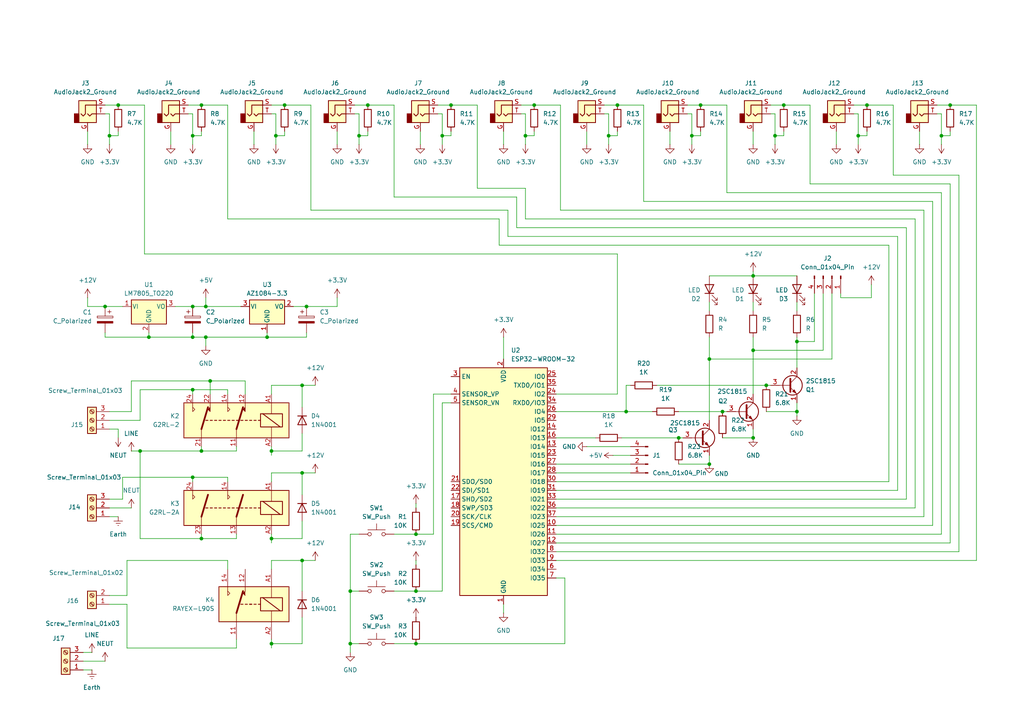
<source format=kicad_sch>
(kicad_sch (version 20250114) (generator "eeschema") (generator_version "9.0")
  (paper "A4")
  (lib_symbols
    (symbol "Connector:Conn_01x04_Pin" (pin_names (offset 1.016) (hide yes))
      (property "Reference" "J" (at 0 5.08 0))
      (property "Value" "Conn_01x04_Pin" (at 0 -7.62 0))
      (symbol "Conn_01x04_Pin_1_1"
        (pin passive line (at 5.08 2.54 180) (length 3.81) (name "Pin_1") (number "1"))
        (pin passive line (at 5.08 0 180) (length 3.81) (name "Pin_2") (number "2"))
        (pin passive line (at 5.08 -2.54 180) (length 3.81) (name "Pin_3") (number "3"))
        (pin passive line (at 5.08 -5.08 180) (length 3.81) (name "Pin_4") (number "4"))
      )
    )
    (symbol "Connector:Screw_Terminal_01x02" (pin_names (offset 1.016) (hide yes))
      (property "Reference" "J" (at 0 2.54 0))
      (property "Value" "Screw_Terminal_01x02" (at 0 -5.08 0))
      (symbol "Screw_Terminal_01x02_1_1"
        (pin passive line (at -5.08 0 0) (length 3.81) (name "Pin_1") (number "1"))
        (pin passive line (at -5.08 -2.54 0) (length 3.81) (name "Pin_2") (number "2"))
      )
    )
    (symbol "Connector:Screw_Terminal_01x03" (pin_names (offset 1.016) (hide yes))
      (property "Reference" "J" (at 0 5.08 0))
      (property "Value" "Screw_Terminal_01x03" (at 0 -5.08 0))
      (symbol "Screw_Terminal_01x03_1_1"
        (pin passive line (at -5.08 2.54 0) (length 3.81) (name "Pin_1") (number "1"))
        (pin passive line (at -5.08 0 0) (length 3.81) (name "Pin_2") (number "2"))
        (pin passive line (at -5.08 -2.54 0) (length 3.81) (name "Pin_3") (number "3"))
      )
    )
    (symbol "Connector_Audio:AudioJack2_Ground"
      (property "Reference" "J" (at 0 8.89 0))
      (property "Value" "AudioJack2_Ground" (at 0 6.35 0))
      (symbol "AudioJack2_Ground_1_1"
        (pin passive line (at 0 -5.08 90) (length 2.54) (name "~") (number "G"))
        (pin passive line (at 5.08 2.54 180) (length 2.54) (name "~") (number "S"))
        (pin passive line (at 5.08 0 180) (length 2.54) (name "~") (number "T"))
      )
    )
    (symbol "Device:C_Polarized" (pin_numbers (hide yes)) (pin_names (offset 0.254))
      (property "Reference" "C" (at 0.635 2.54 0))
      (property "Value" "C_Polarized" (at 0.635 -2.54 0))
      (symbol "C_Polarized_1_1"
        (pin passive line (at 0 3.81 270) (length 2.794) (name "~") (number "1"))
        (pin passive line (at 0 -3.81 90) (length 2.794) (name "~") (number "2"))
      )
    )
    (symbol "Device:LED" (pin_numbers (hide yes)) (pin_names (offset 1.016) (hide yes))
      (property "Reference" "D" (at 0 2.54 0))
      (property "Value" "LED" (at 0 -2.54 0))
      (symbol "LED_1_1"
        (pin passive line (at -3.81 0 0) (length 2.54) (name "K") (number "1"))
        (pin passive line (at 3.81 0 180) (length 2.54) (name "A") (number "2"))
      )
    )
    (symbol "Device:R" (pin_numbers (hide yes)) (pin_names (offset 0))
      (property "Reference" "R" (at 2.032 0 90))
      (property "Value" "R" (at 0 0 90))
      (symbol "R_1_1"
        (pin passive line (at 0 3.81 270) (length 1.27) (name "~") (number "1"))
        (pin passive line (at 0 -3.81 90) (length 1.27) (name "~") (number "2"))
      )
    )
    (symbol "Diode:1N4001" (pin_numbers (hide yes)) (pin_names (hide yes))
      (property "Reference" "D" (at 0 2.54 0))
      (property "Value" "1N4001" (at 0 -2.54 0))
      (symbol "1N4001_1_1"
        (pin passive line (at -3.81 0 0) (length 2.54) (name "K") (number "1"))
        (pin passive line (at 3.81 0 180) (length 2.54) (name "A") (number "2"))
      )
    )
    (symbol "RF_Module:ESP32-WROOM-32"
      (property "Reference" "U" (at -12.7 34.29 0))
      (property "Value" "ESP32-WROOM-32" (at 1.27 34.29 0))
      (symbol "ESP32-WROOM-32_1_1"
        (pin input line (at -15.24 30.48 0) (length 2.54) (name "EN") (number "3"))
        (pin input line (at -15.24 25.4 0) (length 2.54) (name "SENSOR_VP") (number "4"))
        (pin input line (at -15.24 22.86 0) (length 2.54) (name "SENSOR_VN") (number "5"))
        (pin bidirectional line (at -15.24 0 0) (length 2.54) (name "SDO/SD0") (number "21"))
        (pin bidirectional line (at -15.24 -2.54 0) (length 2.54) (name "SDI/SD1") (number "22"))
        (pin bidirectional line (at -15.24 -5.08 0) (length 2.54) (name "SHD/SD2") (number "17"))
        (pin bidirectional line (at -15.24 -7.62 0) (length 2.54) (name "SWP/SD3") (number "18"))
        (pin bidirectional line (at -15.24 -10.16 0) (length 2.54) (name "SCK/CLK") (number "20"))
        (pin bidirectional line (at -15.24 -12.7 0) (length 2.54) (name "SCS/CMD") (number "19"))
        (pin no_connect line (at -12.7 -27.94 0) (length 2.54) (hide yes) (name "NC") (number "32"))
        (pin power_in line (at 0 35.56 270) (length 2.54) (name "VDD") (number "2"))
        (pin power_in line (at 0 -35.56 90) (length 2.54) (name "GND") (number "1"))
        (pin passive line (at 0 -35.56 90) (length 2.54) (hide yes) (name "GND") (number "15"))
        (pin passive line (at 0 -35.56 90) (length 2.54) (hide yes) (name "GND") (number "38"))
        (pin passive line (at 0 -35.56 90) (length 2.54) (hide yes) (name "GND") (number "39"))
        (pin bidirectional line (at 15.24 30.48 180) (length 2.54) (name "IO0") (number "25"))
        (pin bidirectional line (at 15.24 27.94 180) (length 2.54) (name "TXD0/IO1") (number "35"))
        (pin bidirectional line (at 15.24 25.4 180) (length 2.54) (name "IO2") (number "24"))
        (pin bidirectional line (at 15.24 22.86 180) (length 2.54) (name "RXD0/IO3") (number "34"))
        (pin bidirectional line (at 15.24 20.32 180) (length 2.54) (name "IO4") (number "26"))
        (pin bidirectional line (at 15.24 17.78 180) (length 2.54) (name "IO5") (number "29"))
        (pin bidirectional line (at 15.24 15.24 180) (length 2.54) (name "IO12") (number "14"))
        (pin bidirectional line (at 15.24 12.7 180) (length 2.54) (name "IO13") (number "16"))
        (pin bidirectional line (at 15.24 10.16 180) (length 2.54) (name "IO14") (number "13"))
        (pin bidirectional line (at 15.24 7.62 180) (length 2.54) (name "IO15") (number "23"))
        (pin bidirectional line (at 15.24 5.08 180) (length 2.54) (name "IO16") (number "27"))
        (pin bidirectional line (at 15.24 2.54 180) (length 2.54) (name "IO17") (number "28"))
        (pin bidirectional line (at 15.24 0 180) (length 2.54) (name "IO18") (number "30"))
        (pin bidirectional line (at 15.24 -2.54 180) (length 2.54) (name "IO19") (number "31"))
        (pin bidirectional line (at 15.24 -5.08 180) (length 2.54) (name "IO21") (number "33"))
        (pin bidirectional line (at 15.24 -7.62 180) (length 2.54) (name "IO22") (number "36"))
        (pin bidirectional line (at 15.24 -10.16 180) (length 2.54) (name "IO23") (number "37"))
        (pin bidirectional line (at 15.24 -12.7 180) (length 2.54) (name "IO25") (number "10"))
        (pin bidirectional line (at 15.24 -15.24 180) (length 2.54) (name "IO26") (number "11"))
        (pin bidirectional line (at 15.24 -17.78 180) (length 2.54) (name "IO27") (number "12"))
        (pin bidirectional line (at 15.24 -20.32 180) (length 2.54) (name "IO32") (number "8"))
        (pin bidirectional line (at 15.24 -22.86 180) (length 2.54) (name "IO33") (number "9"))
        (pin input line (at 15.24 -25.4 180) (length 2.54) (name "IO34") (number "6"))
        (pin input line (at 15.24 -27.94 180) (length 2.54) (name "IO35") (number "7"))
      )
    )
    (symbol "Regulator_Linear:AZ1084-3.3" (pin_names (offset 0.254))
      (property "Reference" "U" (at -3.81 3.175 0))
      (property "Value" "AZ1084-3.3" (at 0 3.175 0))
      (symbol "AZ1084-3.3_1_1"
        (pin power_in line (at -7.62 0 0) (length 2.54) (name "VI") (number "3"))
        (pin power_in line (at 0 -7.62 90) (length 2.54) (name "GND") (number "1"))
        (pin power_out line (at 7.62 0 180) (length 2.54) (name "VO") (number "2"))
      )
    )
    (symbol "Regulator_Linear:LM7805_TO220" (pin_names (offset 0.254))
      (property "Reference" "U" (at -3.81 3.175 0))
      (property "Value" "LM7805_TO220" (at 0 3.175 0))
      (symbol "LM7805_TO220_1_1"
        (pin power_in line (at -7.62 0 0) (length 2.54) (name "VI") (number "1"))
        (pin power_in line (at 0 -7.62 90) (length 2.54) (name "GND") (number "2"))
        (pin power_out line (at 7.62 0 180) (length 2.54) (name "VO") (number "3"))
      )
    )
    (symbol "Relay:G2RL-2"
      (property "Reference" "K" (at 16.51 3.81 0))
      (property "Value" "G2RL-2" (at 16.51 1.27 0))
      (symbol "G2RL-2_1_1"
        (pin passive line (at -10.16 7.62 270) (length 2.54) (name "~") (number "A1"))
        (pin passive line (at -10.16 -7.62 90) (length 2.54) (name "~") (number "A2"))
        (pin passive line (at -2.54 7.62 270) (length 2.54) (name "~") (number "12"))
        (pin passive line (at 0 -7.62 90) (length 2.54) (name "~") (number "11"))
        (pin passive line (at 2.54 7.62 270) (length 2.54) (name "~") (number "14"))
        (pin passive line (at 7.62 7.62 270) (length 2.54) (name "~") (number "22"))
        (pin passive line (at 10.16 -7.62 90) (length 2.54) (name "~") (number "21"))
        (pin passive line (at 12.7 7.62 270) (length 2.54) (name "~") (number "24"))
      )
    )
    (symbol "Relay:G2RL-2A"
      (property "Reference" "K" (at 16.51 3.81 0))
      (property "Value" "G2RL-2A" (at 16.51 1.27 0))
      (symbol "G2RL-2A_1_1"
        (pin passive line (at -10.16 7.62 270) (length 2.54) (name "~") (number "A1"))
        (pin passive line (at -10.16 -7.62 90) (length 2.54) (name "~") (number "A2"))
        (pin passive line (at 0 -7.62 90) (length 2.54) (name "~") (number "13"))
        (pin passive line (at 2.54 7.62 270) (length 2.54) (name "~") (number "14"))
        (pin passive line (at 10.16 -7.62 90) (length 2.54) (name "~") (number "23"))
        (pin passive line (at 12.7 7.62 270) (length 2.54) (name "~") (number "24"))
      )
    )
    (symbol "Relay:RAYEX-L90S"
      (property "Reference" "K" (at 11.43 3.81 0))
      (property "Value" "RAYEX-L90S" (at 11.43 1.27 0))
      (symbol "RAYEX-L90S_1_1"
        (pin passive line (at -5.08 10.16 270) (length 5.08) (name "~") (number "A1"))
        (pin passive line (at -5.08 -10.16 90) (length 5.08) (name "~") (number "A2"))
        (pin passive line (at 2.54 10.16 270) (length 5.08) (name "~") (number "12"))
        (pin passive line (at 5.08 -10.16 90) (length 5.08) (name "~") (number "11"))
        (pin passive line (at 7.62 10.16 270) (length 5.08) (name "~") (number "14"))
      )
    )
    (symbol "Switch:SW_Push" (pin_numbers (hide yes)) (pin_names (offset 1.016) (hide yes))
      (property "Reference" "SW" (at 1.27 2.54 0))
      (property "Value" "SW_Push" (at 0 -1.524 0))
      (symbol "SW_Push_0_1"
        (pin passive line (at -5.08 0 0) (length 2.54) (name "1") (number "1"))
        (pin passive line (at 5.08 0 180) (length 2.54) (name "2") (number "2"))
      )
    )
    (symbol "Transistor_BJT:2SC1815" (pin_names (offset 0) (hide yes))
      (property "Reference" "Q" (at 5.08 1.905 0))
      (property "Value" "2SC1815" (at 5.08 0 0))
      (symbol "2SC1815_1_1"
        (pin input line (at -5.08 0 0) (length 2.54) (name "B") (number "3"))
        (pin passive line (at 2.54 5.08 270) (length 2.54) (name "C") (number "2"))
        (pin passive line (at 2.54 -5.08 90) (length 2.54) (name "E") (number "1"))
      )
    )
    (symbol "power:+12V" (power) (pin_numbers (hide yes)) (pin_names (offset 0) (hide yes))
      (property "Value" "+12V" (at 0 3.556 0))
      (symbol "+12V_1_1"
        (pin power_in line (at 0 0 90) (length 0) (name "~") (number "1"))
      )
    )
    (symbol "power:+3.3V" (power) (pin_numbers (hide yes)) (pin_names (offset 0) (hide yes))
      (property "Value" "+3.3V" (at 0 3.556 0))
      (symbol "+3.3V_1_1"
        (pin power_in line (at 0 0 90) (length 0) (name "~") (number "1"))
      )
    )
    (symbol "power:+5V" (power) (pin_numbers (hide yes)) (pin_names (offset 0) (hide yes))
      (property "Value" "+5V" (at 0 3.556 0))
      (symbol "+5V_1_1"
        (pin power_in line (at 0 0 90) (length 0) (name "~") (number "1"))
      )
    )
    (symbol "power:Earth" (power) (pin_numbers (hide yes)) (pin_names (offset 0) (hide yes))
      (property "Value" "Earth" (at 0 -3.81 0))
      (symbol "Earth_1_1"
        (pin power_in line (at 0 0 270) (length 0) (name "~") (number "1"))
      )
    )
    (symbol "power:GND" (power) (pin_numbers (hide yes)) (pin_names (offset 0) (hide yes))
      (property "Value" "GND" (at 0 -3.81 0))
      (symbol "GND_1_1"
        (pin power_in line (at 0 0 270) (length 0) (name "~") (number "1"))
      )
    )
    (symbol "power:LINE" (power) (pin_numbers (hide yes)) (pin_names (offset 0) (hide yes))
      (property "Value" "LINE" (at 0 3.556 0))
      (symbol "LINE_1_1"
        (pin power_in line (at 0 0 90) (length 0) (name "~") (number "1"))
      )
    )
    (symbol "power:NEUT" (power) (pin_numbers (hide yes)) (pin_names (offset 0) (hide yes))
      (property "Value" "NEUT" (at 0 3.556 0))
      (symbol "NEUT_1_1"
        (pin power_in line (at 0 0 90) (length 0) (name "~") (number "1"))
      )
    )
  )
  (junction (at 203.2 30.48))
  (junction (at 80.01 39.37))
  (junction (at 78.74 156.21))
  (junction (at 87.63 111.76))
  (junction (at 31.75 39.37))
  (junction (at 152.4 39.37))
  (junction (at 58.42 156.21))
  (junction (at 40.64 130.81))
  (junction (at 78.74 130.81))
  (junction (at 120.65 171.45))
  (junction (at 55.88 97.79))
  (junction (at 59.69 88.9))
  (junction (at 58.42 30.48))
  (junction (at 55.88 113.03))
  (junction (at 181.61 119.38))
  (junction (at 87.63 162.56))
  (junction (at 196.85 127))
  (junction (at 128.27 39.37))
  (junction (at 106.68 30.48))
  (junction (at 218.44 101.6))
  (junction (at 251.46 30.48))
  (junction (at 120.65 154.94))
  (junction (at 154.94 30.48))
  (junction (at 60.96 110.49))
  (junction (at 209.55 119.38))
  (junction (at 273.05 39.37))
  (junction (at 30.48 88.9))
  (junction (at 55.88 138.43))
  (junction (at 200.66 39.37))
  (junction (at 224.79 39.37))
  (junction (at 87.63 137.16))
  (junction (at 218.44 127))
  (junction (at 82.55 30.48))
  (junction (at 231.14 119.38))
  (junction (at 120.65 186.69))
  (junction (at 222.25 111.76))
  (junction (at 78.74 186.69))
  (junction (at 55.88 39.37))
  (junction (at 179.07 30.48))
  (junction (at 130.81 30.48))
  (junction (at 176.53 39.37))
  (junction (at 104.14 39.37))
  (junction (at 55.88 88.9))
  (junction (at 59.69 97.79))
  (junction (at 248.92 39.37))
  (junction (at 218.44 80.01))
  (junction (at 88.9 88.9))
  (junction (at 231.14 99.06))
  (junction (at 101.6 186.69))
  (junction (at 205.74 134.62))
  (junction (at 34.29 30.48))
  (junction (at 77.47 97.79))
  (junction (at 205.74 104.14))
  (junction (at 43.18 97.79))
  (junction (at 58.42 130.81))
  (junction (at 227.33 30.48))
  (junction (at 275.59 30.48))
  (junction (at 101.6 171.45))
  (wire (pts (xy 161.29 139.7) (xy 257.81 139.7)))
  (wire (pts (xy 101.6 186.69) (xy 101.6 189.23)))
  (wire (pts (xy 55.88 39.37) (xy 58.42 39.37)))
  (wire (pts (xy 87.63 137.16) (xy 87.63 143.51)))
  (wire (pts (xy 176.53 39.37) (xy 179.07 39.37)))
  (wire (pts (xy 120.65 146.05) (xy 120.65 147.32)))
  (wire (pts (xy 238.76 85.09) (xy 238.76 101.6)))
  (wire (pts (xy 38.1 110.49) (xy 38.1 119.38)))
  (wire (pts (xy 273.05 55.88) (xy 273.05 154.94)))
  (wire (pts (xy 120.65 163.83) (xy 120.65 162.56)))
  (wire (pts (xy 234.95 30.48) (xy 227.33 30.48)))
  (wire (pts (xy 234.95 30.48) (xy 234.95 53.34)))
  (wire (pts (xy 234.95 53.34) (xy 275.59 53.34)))
  (wire (pts (xy 248.92 39.37) (xy 251.46 39.37)))
  (wire (pts (xy 227.33 38.1) (xy 227.33 39.37)))
  (wire (pts (xy 31.75 119.38) (xy 38.1 119.38)))
  (wire (pts (xy 80.01 33.02) (xy 78.74 33.02)))
  (wire (pts (xy 55.88 97.79) (xy 59.69 97.79)))
  (wire (pts (xy 36.83 175.26) (xy 31.75 175.26)))
  (wire (pts (xy 177.8 132.08) (xy 182.88 132.08)))
  (wire (pts (xy 200.66 39.37) (xy 203.2 39.37)))
  (wire (pts (xy 161.29 114.3) (xy 179.07 114.3)))
  (wire (pts (xy 104.14 186.69) (xy 101.6 186.69)))
  (wire (pts (xy 252.73 82.55) (xy 252.73 86.36)))
  (wire (pts (xy 231.14 99.06) (xy 236.22 99.06)))
  (wire (pts (xy 144.78 71.12) (xy 257.81 71.12)))
  (wire (pts (xy 259.08 30.48) (xy 259.08 50.8)))
  (wire (pts (xy 262.89 66.04) (xy 149.86 66.04)))
  (wire (pts (xy 43.18 97.79) (xy 55.88 97.79)))
  (wire (pts (xy 203.2 38.1) (xy 203.2 39.37)))
  (wire (pts (xy 223.52 111.76) (xy 222.25 111.76)))
  (wire (pts (xy 34.29 124.46) (xy 34.29 127)))
  (wire (pts (xy 210.82 30.48) (xy 203.2 30.48)))
  (wire (pts (xy 251.46 38.1) (xy 251.46 39.37)))
  (wire (pts (xy 205.74 80.01) (xy 218.44 80.01)))
  (wire (pts (xy 265.43 63.5) (xy 152.4 63.5)))
  (wire (pts (xy 257.81 139.7) (xy 257.81 71.12)))
  (wire (pts (xy 179.07 73.66) (xy 41.91 73.66)))
  (wire (pts (xy 163.83 167.64) (xy 163.83 186.69)))
  (wire (pts (xy 262.89 144.78) (xy 262.89 66.04)))
  (wire (pts (xy 170.18 38.1) (xy 170.18 41.91)))
  (wire (pts (xy 40.64 130.81) (xy 40.64 156.21)))
  (wire (pts (xy 205.74 97.79) (xy 205.74 104.14)))
  (wire (pts (xy 59.69 86.36) (xy 59.69 88.9)))
  (wire (pts (xy 104.14 41.91) (xy 104.14 39.37)))
  (wire (pts (xy 275.59 39.37) (xy 273.05 39.37)))
  (wire (pts (xy 186.69 30.48) (xy 179.07 30.48)))
  (wire (pts (xy 90.17 30.48) (xy 90.17 60.96)))
  (wire (pts (xy 30.48 96.52) (xy 30.48 97.79)))
  (wire (pts (xy 161.29 147.32) (xy 265.43 147.32)))
  (wire (pts (xy 58.42 156.21) (xy 68.58 156.21)))
  (wire (pts (xy 205.74 121.92) (xy 205.74 104.14)))
  (wire (pts (xy 162.56 60.96) (xy 267.97 60.96)))
  (wire (pts (xy 66.04 30.48) (xy 58.42 30.48)))
  (wire (pts (xy 41.91 30.48) (xy 34.29 30.48)))
  (wire (pts (xy 242.57 38.1) (xy 242.57 41.91)))
  (wire (pts (xy 88.9 97.79) (xy 88.9 96.52)))
  (wire (pts (xy 266.7 38.1) (xy 266.7 41.91)))
  (wire (pts (xy 104.14 171.45) (xy 101.6 171.45)))
  (wire (pts (xy 87.63 125.73) (xy 87.63 130.81)))
  (wire (pts (xy 101.6 171.45) (xy 101.6 186.69)))
  (wire (pts (xy 41.91 73.66) (xy 41.91 30.48)))
  (wire (pts (xy 152.4 41.91) (xy 152.4 39.37)))
  (wire (pts (xy 227.33 30.48) (xy 223.52 30.48)))
  (wire (pts (xy 161.29 142.24) (xy 260.35 142.24)))
  (wire (pts (xy 162.56 30.48) (xy 162.56 60.96)))
  (wire (pts (xy 231.14 99.06) (xy 231.14 106.68)))
  (wire (pts (xy 271.78 30.48) (xy 275.59 30.48)))
  (wire (pts (xy 243.84 85.09) (xy 243.84 86.36)))
  (wire (pts (xy 218.44 87.63) (xy 218.44 90.17)))
  (wire (pts (xy 161.29 127) (xy 172.72 127)))
  (wire (pts (xy 78.74 137.16) (xy 87.63 137.16)))
  (wire (pts (xy 80.01 39.37) (xy 80.01 41.91)))
  (wire (pts (xy 78.74 130.81) (xy 87.63 130.81)))
  (wire (pts (xy 154.94 38.1) (xy 154.94 39.37)))
  (wire (pts (xy 78.74 139.7) (xy 78.74 137.16)))
  (wire (pts (xy 38.1 130.81) (xy 40.64 130.81)))
  (wire (pts (xy 82.55 30.48) (xy 78.74 30.48)))
  (wire (pts (xy 218.44 101.6) (xy 218.44 114.3)))
  (wire (pts (xy 128.27 39.37) (xy 128.27 33.02)))
  (wire (pts (xy 58.42 129.54) (xy 58.42 130.81)))
  (wire (pts (xy 283.21 162.56) (xy 161.29 162.56)))
  (wire (pts (xy 161.29 149.86) (xy 267.97 149.86)))
  (wire (pts (xy 24.13 189.23) (xy 26.67 189.23)))
  (wire (pts (xy 223.52 33.02) (xy 224.79 33.02)))
  (wire (pts (xy 87.63 162.56) (xy 87.63 171.45)))
  (wire (pts (xy 68.58 129.54) (xy 68.58 130.81)))
  (wire (pts (xy 248.92 41.91) (xy 248.92 39.37)))
  (wire (pts (xy 55.88 114.3) (xy 55.88 113.03)))
  (wire (pts (xy 210.82 55.88) (xy 273.05 55.88)))
  (wire (pts (xy 170.18 129.54) (xy 182.88 129.54)))
  (wire (pts (xy 147.32 68.58) (xy 260.35 68.58)))
  (wire (pts (xy 120.65 186.69) (xy 114.3 186.69)))
  (wire (pts (xy 200.66 39.37) (xy 200.66 33.02)))
  (wire (pts (xy 24.13 191.77) (xy 30.48 191.77)))
  (wire (pts (xy 102.87 33.02) (xy 104.14 33.02)))
  (wire (pts (xy 104.14 39.37) (xy 104.14 33.02)))
  (wire (pts (xy 146.05 38.1) (xy 146.05 41.91)))
  (wire (pts (xy 271.78 33.02) (xy 273.05 33.02)))
  (wire (pts (xy 130.81 38.1) (xy 130.81 39.37)))
  (wire (pts (xy 55.88 139.7) (xy 55.88 138.43)))
  (wire (pts (xy 40.64 156.21) (xy 58.42 156.21)))
  (wire (pts (xy 31.75 33.02) (xy 31.75 39.37)))
  (wire (pts (xy 209.55 119.38) (xy 210.82 119.38)))
  (wire (pts (xy 163.83 167.64) (xy 161.29 167.64)))
  (wire (pts (xy 161.29 119.38) (xy 181.61 119.38)))
  (wire (pts (xy 267.97 149.86) (xy 267.97 60.96)))
  (wire (pts (xy 179.07 38.1) (xy 179.07 39.37)))
  (wire (pts (xy 78.74 186.69) (xy 87.63 186.69)))
  (wire (pts (xy 218.44 101.6) (xy 238.76 101.6)))
  (wire (pts (xy 161.29 152.4) (xy 270.51 152.4)))
  (wire (pts (xy 38.1 110.49) (xy 60.96 110.49)))
  (wire (pts (xy 114.3 57.15) (xy 149.86 57.15)))
  (wire (pts (xy 31.75 147.32) (xy 38.1 147.32)))
  (wire (pts (xy 55.88 33.02) (xy 55.88 39.37)))
  (wire (pts (xy 275.59 53.34) (xy 275.59 157.48)))
  (wire (pts (xy 36.83 162.56) (xy 66.04 162.56)))
  (wire (pts (xy 31.75 121.92) (xy 40.64 121.92)))
  (wire (pts (xy 78.74 165.1) (xy 78.74 162.56)))
  (wire (pts (xy 222.25 111.76) (xy 190.5 111.76)))
  (wire (pts (xy 205.74 104.14) (xy 241.3 104.14)))
  (wire (pts (xy 106.68 30.48) (xy 102.87 30.48)))
  (wire (pts (xy 205.74 87.63) (xy 205.74 90.17)))
  (wire (pts (xy 66.04 165.1) (xy 66.04 162.56)))
  (wire (pts (xy 73.66 38.1) (xy 73.66 41.91)))
  (wire (pts (xy 251.46 30.48) (xy 259.08 30.48)))
  (wire (pts (xy 24.13 194.31) (xy 26.67 194.31)))
  (wire (pts (xy 200.66 41.91) (xy 200.66 39.37)))
  (wire (pts (xy 218.44 38.1) (xy 218.44 41.91)))
  (wire (pts (xy 179.07 30.48) (xy 175.26 30.48)))
  (wire (pts (xy 90.17 60.96) (xy 147.32 60.96)))
  (wire (pts (xy 36.83 187.96) (xy 36.83 175.26)))
  (wire (pts (xy 87.63 137.16) (xy 91.44 137.16)))
  (wire (pts (xy 275.59 38.1) (xy 275.59 39.37)))
  (wire (pts (xy 82.55 38.1) (xy 82.55 39.37)))
  (wire (pts (xy 273.05 41.91) (xy 273.05 39.37)))
  (wire (pts (xy 128.27 41.91) (xy 128.27 39.37)))
  (wire (pts (xy 247.65 30.48) (xy 251.46 30.48)))
  (wire (pts (xy 31.75 39.37) (xy 31.75 41.91)))
  (wire (pts (xy 130.81 114.3) (xy 125.73 114.3)))
  (wire (pts (xy 66.04 113.03) (xy 66.04 114.3)))
  (wire (pts (xy 224.79 39.37) (xy 224.79 33.02)))
  (wire (pts (xy 58.42 154.94) (xy 58.42 156.21)))
  (wire (pts (xy 128.27 39.37) (xy 130.81 39.37)))
  (wire (pts (xy 66.04 30.48) (xy 66.04 63.5)))
  (wire (pts (xy 121.92 38.1) (xy 121.92 41.91)))
  (wire (pts (xy 265.43 147.32) (xy 265.43 63.5)))
  (wire (pts (xy 128.27 171.45) (xy 120.65 171.45)))
  (wire (pts (xy 241.3 85.09) (xy 241.3 104.14)))
  (wire (pts (xy 30.48 88.9) (xy 25.4 88.9)))
  (wire (pts (xy 114.3 30.48) (xy 106.68 30.48)))
  (wire (pts (xy 130.81 30.48) (xy 127 30.48)))
  (wire (pts (xy 161.29 134.62) (xy 182.88 134.62)))
  (wire (pts (xy 34.29 30.48) (xy 30.48 30.48)))
  (wire (pts (xy 78.74 154.94) (xy 78.74 156.21)))
  (wire (pts (xy 55.88 113.03) (xy 66.04 113.03)))
  (wire (pts (xy 31.75 149.86) (xy 34.29 149.86)))
  (wire (pts (xy 77.47 97.79) (xy 77.47 96.52)))
  (wire (pts (xy 58.42 30.48) (xy 54.61 30.48)))
  (wire (pts (xy 35.56 138.43) (xy 55.88 138.43)))
  (wire (pts (xy 34.29 38.1) (xy 34.29 39.37)))
  (wire (pts (xy 104.14 39.37) (xy 106.68 39.37)))
  (wire (pts (xy 55.88 138.43) (xy 66.04 138.43)))
  (wire (pts (xy 101.6 154.94) (xy 101.6 171.45)))
  (wire (pts (xy 78.74 114.3) (xy 78.74 111.76)))
  (wire (pts (xy 58.42 38.1) (xy 58.42 39.37)))
  (wire (pts (xy 87.63 179.07) (xy 87.63 186.69)))
  (wire (pts (xy 40.64 130.81) (xy 58.42 130.81)))
  (wire (pts (xy 35.56 88.9) (xy 30.48 88.9)))
  (wire (pts (xy 59.69 97.79) (xy 59.69 100.33)))
  (wire (pts (xy 231.14 119.38) (xy 231.14 120.65)))
  (wire (pts (xy 90.17 30.48) (xy 82.55 30.48)))
  (wire (pts (xy 85.09 88.9) (xy 88.9 88.9)))
  (wire (pts (xy 186.69 30.48) (xy 186.69 58.42)))
  (wire (pts (xy 55.88 97.79) (xy 55.88 96.52)))
  (wire (pts (xy 87.63 162.56) (xy 91.44 162.56)))
  (wire (pts (xy 125.73 154.94) (xy 120.65 154.94)))
  (wire (pts (xy 194.31 38.1) (xy 194.31 41.91)))
  (wire (pts (xy 176.53 41.91) (xy 176.53 39.37)))
  (wire (pts (xy 78.74 162.56) (xy 87.63 162.56)))
  (wire (pts (xy 66.04 63.5) (xy 144.78 63.5)))
  (wire (pts (xy 161.29 144.78) (xy 262.89 144.78)))
  (wire (pts (xy 196.85 134.62) (xy 205.74 134.62)))
  (wire (pts (xy 59.69 97.79) (xy 77.47 97.79)))
  (wire (pts (xy 138.43 54.61) (xy 152.4 54.61)))
  (wire (pts (xy 203.2 30.48) (xy 199.39 30.48)))
  (wire (pts (xy 144.78 63.5) (xy 144.78 71.12)))
  (wire (pts (xy 224.79 39.37) (xy 227.33 39.37)))
  (wire (pts (xy 66.04 138.43) (xy 66.04 139.7)))
  (wire (pts (xy 199.39 33.02) (xy 200.66 33.02)))
  (wire (pts (xy 25.4 86.36) (xy 25.4 88.9)))
  (wire (pts (xy 60.96 110.49) (xy 71.12 110.49)))
  (wire (pts (xy 181.61 111.76) (xy 181.61 119.38)))
  (wire (pts (xy 138.43 30.48) (xy 138.43 54.61)))
  (wire (pts (xy 182.88 111.76) (xy 181.61 111.76)))
  (wire (pts (xy 97.79 86.36) (xy 97.79 88.9)))
  (wire (pts (xy 78.74 130.81) (xy 78.74 132.08)))
  (wire (pts (xy 104.14 154.94) (xy 101.6 154.94)))
  (wire (pts (xy 283.21 30.48) (xy 283.21 162.56)))
  (wire (pts (xy 87.63 111.76) (xy 91.44 111.76)))
  (wire (pts (xy 87.63 151.13) (xy 87.63 156.21)))
  (wire (pts (xy 114.3 30.48) (xy 114.3 57.15)))
  (wire (pts (xy 179.07 114.3) (xy 179.07 73.66)))
  (wire (pts (xy 175.26 33.02) (xy 176.53 33.02)))
  (wire (pts (xy 50.8 88.9) (xy 55.88 88.9)))
  (wire (pts (xy 161.29 157.48) (xy 275.59 157.48)))
  (wire (pts (xy 176.53 39.37) (xy 176.53 33.02)))
  (wire (pts (xy 247.65 33.02) (xy 248.92 33.02)))
  (wire (pts (xy 152.4 54.61) (xy 152.4 63.5)))
  (wire (pts (xy 210.82 30.48) (xy 210.82 55.88)))
  (wire (pts (xy 78.74 185.42) (xy 78.74 186.69)))
  (wire (pts (xy 40.64 113.03) (xy 55.88 113.03)))
  (wire (pts (xy 186.69 58.42) (xy 270.51 58.42)))
  (wire (pts (xy 55.88 39.37) (xy 55.88 41.91)))
  (wire (pts (xy 78.74 111.76) (xy 87.63 111.76)))
  (wire (pts (xy 161.29 137.16) (xy 182.88 137.16)))
  (wire (pts (xy 147.32 60.96) (xy 147.32 68.58)))
  (wire (pts (xy 218.44 78.74) (xy 218.44 80.01)))
  (wire (pts (xy 275.59 30.48) (xy 283.21 30.48)))
  (wire (pts (xy 97.79 38.1) (xy 97.79 41.91)))
  (wire (pts (xy 161.29 160.02) (xy 278.13 160.02)))
  (wire (pts (xy 196.85 127) (xy 198.12 127)))
  (wire (pts (xy 205.74 132.08) (xy 205.74 134.62)))
  (wire (pts (xy 36.83 172.72) (xy 31.75 172.72)))
  (wire (pts (xy 36.83 162.56) (xy 36.83 172.72)))
  (wire (pts (xy 146.05 175.26) (xy 146.05 177.8)))
  (wire (pts (xy 181.61 119.38) (xy 189.23 119.38)))
  (wire (pts (xy 154.94 30.48) (xy 151.13 30.48)))
  (wire (pts (xy 59.69 88.9) (xy 69.85 88.9)))
  (wire (pts (xy 120.65 171.45) (xy 114.3 171.45)))
  (wire (pts (xy 152.4 39.37) (xy 152.4 33.02)))
  (wire (pts (xy 88.9 88.9) (xy 97.79 88.9)))
  (wire (pts (xy 243.84 86.36) (xy 252.73 86.36)))
  (wire (pts (xy 78.74 156.21) (xy 87.63 156.21)))
  (wire (pts (xy 273.05 39.37) (xy 273.05 33.02)))
  (wire (pts (xy 270.51 152.4) (xy 270.51 58.42)))
  (wire (pts (xy 224.79 41.91) (xy 224.79 39.37)))
  (wire (pts (xy 163.83 186.69) (xy 120.65 186.69)))
  (wire (pts (xy 161.29 154.94) (xy 273.05 154.94)))
  (wire (pts (xy 236.22 85.09) (xy 236.22 99.06)))
  (wire (pts (xy 78.74 129.54) (xy 78.74 130.81)))
  (wire (pts (xy 231.14 97.79) (xy 231.14 99.06)))
  (wire (pts (xy 125.73 114.3) (xy 125.73 154.94)))
  (wire (pts (xy 162.56 30.48) (xy 154.94 30.48)))
  (wire (pts (xy 30.48 33.02) (xy 31.75 33.02)))
  (wire (pts (xy 260.35 142.24) (xy 260.35 68.58)))
  (wire (pts (xy 55.88 88.9) (xy 59.69 88.9)))
  (wire (pts (xy 128.27 33.02) (xy 127 33.02)))
  (wire (pts (xy 43.18 96.52) (xy 43.18 97.79)))
  (wire (pts (xy 218.44 80.01) (xy 231.14 80.01)))
  (wire (pts (xy 40.64 113.03) (xy 40.64 121.92)))
  (wire (pts (xy 222.25 119.38) (xy 231.14 119.38)))
  (wire (pts (xy 71.12 110.49) (xy 71.12 114.3)))
  (wire (pts (xy 231.14 116.84) (xy 231.14 119.38)))
  (wire (pts (xy 209.55 127) (xy 218.44 127)))
  (wire (pts (xy 146.05 97.79) (xy 146.05 104.14)))
  (wire (pts (xy 25.4 38.1) (xy 25.4 41.91)))
  (wire (pts (xy 80.01 33.02) (xy 80.01 39.37)))
  (wire (pts (xy 36.83 187.96) (xy 68.58 187.96)))
  (wire (pts (xy 248.92 39.37) (xy 248.92 33.02)))
  (wire (pts (xy 78.74 156.21) (xy 78.74 157.48)))
  (wire (pts (xy 35.56 138.43) (xy 35.56 144.78)))
  (wire (pts (xy 31.75 39.37) (xy 34.29 39.37)))
  (wire (pts (xy 60.96 114.3) (xy 60.96 110.49)))
  (wire (pts (xy 68.58 185.42) (xy 68.58 187.96)))
  (wire (pts (xy 30.48 97.79) (xy 43.18 97.79)))
  (wire (pts (xy 180.34 127) (xy 196.85 127)))
  (wire (pts (xy 149.86 57.15) (xy 149.86 66.04)))
  (wire (pts (xy 106.68 38.1) (xy 106.68 39.37)))
  (wire (pts (xy 196.85 119.38) (xy 209.55 119.38)))
  (wire (pts (xy 78.74 186.69) (xy 78.74 187.96)))
  (wire (pts (xy 278.13 50.8) (xy 278.13 160.02)))
  (wire (pts (xy 87.63 111.76) (xy 87.63 118.11)))
  (wire (pts (xy 68.58 154.94) (xy 68.58 156.21)))
  (wire (pts (xy 120.65 154.94) (xy 114.3 154.94)))
  (wire (pts (xy 54.61 33.02) (xy 55.88 33.02)))
  (wire (pts (xy 58.42 130.81) (xy 68.58 130.81)))
  (wire (pts (xy 80.01 39.37) (xy 82.55 39.37)))
  (wire (pts (xy 138.43 30.48) (xy 130.81 30.48)))
  (wire (pts (xy 130.81 116.84) (xy 128.27 116.84)))
  (wire (pts (xy 218.44 124.46) (xy 218.44 127)))
  (wire (pts (xy 31.75 124.46) (xy 34.29 124.46)))
  (wire (pts (xy 231.14 87.63) (xy 231.14 90.17)))
  (wire (pts (xy 259.08 50.8) (xy 278.13 50.8)))
  (wire (pts (xy 31.75 144.78) (xy 35.56 144.78)))
  (wire (pts (xy 218.44 97.79) (xy 218.44 101.6)))
  (wire (pts (xy 77.47 97.79) (xy 88.9 97.79)))
  (wire (pts (xy 152.4 39.37) (xy 154.94 39.37)))
  (wire (pts (xy 152.4 33.02) (xy 151.13 33.02)))
  (wire (pts (xy 128.27 116.84) (xy 128.27 171.45)))
  (wire (pts (xy 49.53 38.1) (xy 49.53 41.91)))
  (symbol (lib_id "Device:R") (at 82.55 34.29 0) (unit 1)
    (property "Reference" "R9" (at 85.09 33.0199 0) (effects (justify left)))
    (property "Value" "4.7K" (at 85.09 35.5599 0) (effects (justify left)))
    (property "Description" "Resistor" (effects (hide yes)))
  )
  (symbol (lib_id "power:GND") (at 121.92 41.91 0) (unit 1)
    (property "Reference" "#PWR015" (effects (hide yes)))
    (property "Value" "GND" (at 121.92 46.99 0))
    (property "Description" "Power symbol creates a global label with name \"GND\" , ground" (effects (hide yes)))
  )
  (symbol (lib_id "Connector_Audio:AudioJack2_Ground") (at 146.05 33.02 0) (unit 1)
    (property "Reference" "J8" (at 145.415 24.13 0))
    (property "Value" "AudioJack2_Ground" (at 145.415 26.67 0))
    (property "Description" "Audio Jack, 2 Poles (Mono / TS), Grounded Sleeve" (effects (hide yes)))
  )
  (symbol (lib_id "Switch:SW_Push") (at 109.22 171.45 0) (mirror y) (unit 1)
    (property "Reference" "SW2" (at 109.22 163.83 0))
    (property "Value" "SW_Push" (at 109.22 166.37 0))
    (property "Description" "Push button switch, generic, two pins" (effects (hide yes)))
  )
  (symbol (lib_id "Device:R") (at 120.65 167.64 0) (mirror y) (unit 1)
    (property "Reference" "R2" (at 118.11 166.3699 0) (effects (justify left)))
    (property "Value" "10K" (at 118.11 168.9099 0) (effects (justify left)))
    (property "Description" "Resistor" (effects (hide yes)))
  )
  (symbol (lib_id "Transistor_BJT:2SC1815") (at 203.2 127 0) (unit 1)
    (property "Reference" "Q3" (at 193.802 124.714 0) (effects (justify left)))
    (property "Value" "2SC1815" (at 194.31 122.682 0) (effects (justify left)))
    (property "Footprint" "Package_TO_SOT_THT:TO-92_Inline" (effects (hide yes)))
    (property "Datasheet" "https://media.digikey.com/pdf/Data%20Sheets/Toshiba%20PDFs/2SC1815.pdf" (effects (hide yes)))
    (property "Description" "0.15A Ic, 50V Vce, Low Noise Audio NPN Transistor, TO-92" (effects (hide yes)))
  )
  (symbol (lib_id "power:+12V") (at 91.44 162.56 0) (unit 1)
    (property "Reference" "#PWR052" (effects (hide yes)))
    (property "Value" "+12V" (at 91.44 157.48 0))
    (property "Description" "Power symbol creates a global label with name \"+12V\"" (effects (hide yes)))
  )
  (symbol (lib_id "power:NEUT") (at 34.29 127 0) (mirror x) (unit 1)
    (property "Reference" "#PWR049" (effects (hide yes)))
    (property "Value" "NEUT" (at 34.29 132.08 0))
    (property "Description" "Power symbol creates a global label with name \"NEUT\"" (effects (hide yes)))
  )
  (symbol (lib_id "power:+3.3V") (at 200.66 41.91 0) (mirror x) (unit 1)
    (property "Reference" "#PWR030" (effects (hide yes)))
    (property "Value" "+3.3V" (at 200.66 46.99 0))
    (property "Description" "Power symbol creates a global label with name \"+3.3V\"" (effects (hide yes)))
  )
  (symbol (lib_id "Connector:Conn_01x04_Pin") (at 187.96 134.62 180) (unit 1)
    (property "Reference" "J1" (at 189.23 132.0799 0) (effects (justify right)))
    (property "Value" "Conn_01x04_Pin" (at 189.23 137.16 0) (effects (justify right)))
    (property "Description" "Generic connector, single row, 01x04, script generated" (effects (hide yes)))
  )
  (symbol (lib_id "Device:R") (at 34.29 34.29 0) (unit 1)
    (property "Reference" "R7" (at 36.83 33.0199 0) (effects (justify left)))
    (property "Value" "4.7K" (at 36.83 35.5599 0) (effects (justify left)))
    (property "Description" "Resistor" (effects (hide yes)))
  )
  (symbol (lib_id "power:+5V") (at 59.69 86.36 0) (unit 1)
    (property "Reference" "#PWR037" (effects (hide yes)))
    (property "Value" "+5V" (at 59.69 81.28 0))
    (property "Description" "Power symbol creates a global label with name \"+5V\"" (effects (hide yes)))
  )
  (symbol (lib_id "power:GND") (at 218.44 127 0) (unit 1)
    (property "Reference" "#PWR09" (effects (hide yes)))
    (property "Value" "GND" (at 218.44 132.08 0))
    (property "Description" "Power symbol creates a global label with name \"GND\" , ground" (effects (hide yes)))
  )
  (symbol (lib_id "Device:C_Polarized") (at 55.88 92.71 0) (unit 1)
    (property "Reference" "C2" (at 59.69 90.5509 0) (effects (justify left)))
    (property "Value" "C_Polarized" (at 59.69 93.0909 0) (effects (justify left)))
    (property "Description" "Polarized capacitor" (effects (hide yes)))
  )
  (symbol (lib_id "Device:R") (at 186.69 111.76 270) (unit 1)
    (property "Reference" "R20" (at 186.69 105.41 90))
    (property "Value" "1K" (at 186.69 107.95 90))
    (property "Description" "Resistor" (effects (hide yes)))
  )
  (symbol (lib_id "Connector_Audio:AudioJack2_Ground") (at 242.57 33.02 0) (unit 1)
    (property "Reference" "J12" (at 241.935 24.13 0))
    (property "Value" "AudioJack2_Ground" (at 241.935 26.67 0))
    (property "Description" "Audio Jack, 2 Poles (Mono / TS), Grounded Sleeve" (effects (hide yes)))
  )
  (symbol (lib_id "power:GND") (at 146.05 41.91 0) (unit 1)
    (property "Reference" "#PWR016" (effects (hide yes)))
    (property "Value" "GND" (at 146.05 46.99 0))
    (property "Description" "Power symbol creates a global label with name \"GND\" , ground" (effects (hide yes)))
  )
  (symbol (lib_id "power:+3.3V") (at 146.05 97.79 0) (unit 1)
    (property "Reference" "#PWR035" (effects (hide yes)))
    (property "Value" "+3.3V" (at 146.05 92.71 0))
    (property "Description" "Power symbol creates a global label with name \"+3.3V\"" (effects (hide yes)))
  )
  (symbol (lib_id "power:NEUT") (at 30.48 191.77 0) (unit 1)
    (property "Reference" "#PWR047" (effects (hide yes)))
    (property "Value" "NEUT" (at 30.48 186.69 0))
    (property "Description" "Power symbol creates a global label with name \"NEUT\"" (effects (hide yes)))
  )
  (symbol (lib_id "power:+3.3V") (at 104.14 41.91 0) (mirror x) (unit 1)
    (property "Reference" "#PWR026" (effects (hide yes)))
    (property "Value" "+3.3V" (at 104.14 46.99 0))
    (property "Description" "Power symbol creates a global label with name \"+3.3V\"" (effects (hide yes)))
  )
  (symbol (lib_id "Device:R") (at 196.85 130.81 0) (unit 1)
    (property "Reference" "R23" (at 199.39 129.5399 0) (effects (justify left)))
    (property "Value" "6.8K" (at 199.39 132.0799 0) (effects (justify left)))
    (property "Description" "Resistor" (effects (hide yes)))
  )
  (symbol (lib_id "power:+3.3V") (at 152.4 41.91 0) (mirror x) (unit 1)
    (property "Reference" "#PWR028" (effects (hide yes)))
    (property "Value" "+3.3V" (at 152.4 46.99 0))
    (property "Description" "Power symbol creates a global label with name \"+3.3V\"" (effects (hide yes)))
  )
  (symbol (lib_id "power:+12V") (at 25.4 86.36 0) (unit 1)
    (property "Reference" "#PWR036" (effects (hide yes)))
    (property "Value" "+12V" (at 25.4 81.28 0))
    (property "Description" "Power symbol creates a global label with name \"+12V\"" (effects (hide yes)))
  )
  (symbol (lib_id "Diode:1N4001") (at 87.63 121.92 270) (unit 1)
    (property "Reference" "D4" (at 90.17 120.6499 90) (effects (justify left)))
    (property "Value" "1N4001" (at 90.17 123.1899 90) (effects (justify left)))
    (property "Footprint" "Diode_THT:D_DO-41_SOD81_P10.16mm_Horizontal" (effects (hide yes)))
    (property "Datasheet" "http://www.vishay.com/docs/88503/1n4001.pdf" (effects (hide yes)))
    (property "Description" "50V 1A General Purpose Rectifier Diode, DO-41" (effects (hide yes)))
    (property "Sim.Device" "D" (effects (hide yes)))
    (property "Sim.Pins" "1=K 2=A" (effects (hide yes)))
  )
  (symbol (lib_id "Device:R") (at 58.42 34.29 0) (unit 1)
    (property "Reference" "R8" (at 60.96 33.0199 0) (effects (justify left)))
    (property "Value" "4.7K" (at 60.96 35.5599 0) (effects (justify left)))
    (property "Description" "Resistor" (effects (hide yes)))
  )
  (symbol (lib_id "Device:R") (at 106.68 34.29 0) (unit 1)
    (property "Reference" "R10" (at 109.22 33.0199 0) (effects (justify left)))
    (property "Value" "4.7K" (at 109.22 35.5599 0) (effects (justify left)))
    (property "Description" "Resistor" (effects (hide yes)))
  )
  (symbol (lib_id "power:+12V") (at 91.44 111.76 0) (unit 1)
    (property "Reference" "#PWR050" (effects (hide yes)))
    (property "Value" "+12V" (at 91.44 106.68 0))
    (property "Description" "Power symbol creates a global label with name \"+12V\"" (effects (hide yes)))
  )
  (symbol (lib_id "Diode:1N4001") (at 87.63 147.32 270) (unit 1)
    (property "Reference" "D5" (at 90.17 146.0499 90) (effects (justify left)))
    (property "Value" "1N4001" (at 90.17 148.5899 90) (effects (justify left)))
    (property "Footprint" "Diode_THT:D_DO-41_SOD81_P10.16mm_Horizontal" (effects (hide yes)))
    (property "Datasheet" "http://www.vishay.com/docs/88503/1n4001.pdf" (effects (hide yes)))
    (property "Description" "50V 1A General Purpose Rectifier Diode, DO-41" (effects (hide yes)))
    (property "Sim.Device" "D" (effects (hide yes)))
    (property "Sim.Pins" "1=K 2=A" (effects (hide yes)))
  )
  (symbol (lib_id "Device:R") (at 179.07 34.29 0) (unit 1)
    (property "Reference" "R13" (at 181.61 33.0199 0) (effects (justify left)))
    (property "Value" "4.7K" (at 181.61 35.5599 0) (effects (justify left)))
    (property "Description" "Resistor" (effects (hide yes)))
  )
  (symbol (lib_id "Device:R") (at 120.65 151.13 0) (mirror y) (unit 1)
    (property "Reference" "R1" (at 118.11 149.8599 0) (effects (justify left)))
    (property "Value" "10K" (at 118.11 152.3999 0) (effects (justify left)))
    (property "Description" "Resistor" (effects (hide yes)))
  )
  (symbol (lib_id "Device:R") (at 218.44 93.98 0) (unit 1)
    (property "Reference" "R5" (at 220.98 92.7099 0) (effects (justify left)))
    (property "Value" "R" (at 220.98 95.2499 0) (effects (justify left)))
    (property "Description" "Resistor" (effects (hide yes)))
  )
  (symbol (lib_id "power:+12V") (at 218.44 78.74 0) (unit 1)
    (property "Reference" "#PWR05" (effects (hide yes)))
    (property "Value" "+12V" (at 218.44 73.66 0))
    (property "Description" "Power symbol creates a global label with name \"+12V\"" (effects (hide yes)))
  )
  (symbol (lib_id "power:+12V") (at 252.73 82.55 0) (unit 1)
    (property "Reference" "#PWR011" (effects (hide yes)))
    (property "Value" "+12V" (at 252.73 77.47 0))
    (property "Description" "Power symbol creates a global label with name \"+12V\"" (effects (hide yes)))
  )
  (symbol (lib_id "Device:LED") (at 218.44 83.82 90) (unit 1)
    (property "Reference" "D1" (at 215.9 86.6776 90) (effects (justify left)))
    (property "Value" "LED" (at 215.9 84.1376 90) (effects (justify left)))
    (property "Description" "Light emitting diode" (effects (hide yes)))
    (property "Sim.Pins" "1=K 2=A" (effects (hide yes)))
  )
  (symbol (lib_id "Transistor_BJT:2SC1815") (at 228.6 111.76 0) (unit 1)
    (property "Reference" "Q1" (at 233.68 113.0301 0) (effects (justify left)))
    (property "Value" "2SC1815" (at 233.68 110.4901 0) (effects (justify left)))
    (property "Footprint" "Package_TO_SOT_THT:TO-92_Inline" (effects (hide yes)))
    (property "Datasheet" "https://media.digikey.com/pdf/Data%20Sheets/Toshiba%20PDFs/2SC1815.pdf" (effects (hide yes)))
    (property "Description" "0.15A Ic, 50V Vce, Low Noise Audio NPN Transistor, TO-92" (effects (hide yes)))
  )
  (symbol (lib_id "Device:LED") (at 205.74 83.82 90) (unit 1)
    (property "Reference" "D2" (at 203.2 86.6776 90) (effects (justify left)))
    (property "Value" "LED" (at 203.2 84.1376 90) (effects (justify left)))
    (property "Description" "Light emitting diode" (effects (hide yes)))
    (property "Sim.Pins" "1=K 2=A" (effects (hide yes)))
  )
  (symbol (lib_id "Regulator_Linear:LM7805_TO220") (at 43.18 88.9 0) (unit 1)
    (property "Reference" "U1" (at 43.18 82.55 0))
    (property "Value" "LM7805_TO220" (at 43.18 85.09 0))
    (property "Footprint" "Package_TO_SOT_THT:TO-220-3_Vertical" (effects (hide yes)))
    (property "Datasheet" "https://www.onsemi.cn/PowerSolutions/document/MC7800-D.PDF" (effects (hide yes)))
    (property "Description" "Positive 1A 35V Linear Regulator, Fixed Output 5V, TO-220" (effects (hide yes)))
  )
  (symbol (lib_id "power:GND") (at 170.18 41.91 0) (unit 1)
    (property "Reference" "#PWR017" (effects (hide yes)))
    (property "Value" "GND" (at 170.18 46.99 0))
    (property "Description" "Power symbol creates a global label with name \"GND\" , ground" (effects (hide yes)))
  )
  (symbol (lib_id "power:+5V") (at 177.8 132.08 90) (unit 1)
    (property "Reference" "#PWR07" (effects (hide yes)))
    (property "Value" "+5V" (at 172.72 132.08 90))
    (property "Description" "Power symbol creates a global label with name \"+5V\"" (effects (hide yes)))
  )
  (symbol (lib_id "Relay:G2RL-2") (at 68.58 121.92 0) (mirror y) (unit 1)
    (property "Reference" "K2" (at 52.07 120.6499 0) (effects (justify left)))
    (property "Value" "G2RL-2" (at 52.07 123.1899 0) (effects (justify left)))
    (property "Footprint" "Relay_THT:Relay_DPDT_Omron_G2RL-2" (effects (hide yes)))
    (property "Datasheet" "https://omronfs.omron.com/en_US/ecb/products/pdf/en-g2rl.pdf" (effects (hide yes)))
    (property "Description" "General Purpose Low Profile Relay DPDT Through Hole, Omron G2RL series, 8A 250VAC" (effects (hide yes)))
  )
  (symbol (lib_id "Connector_Audio:AudioJack2_Ground") (at 194.31 33.02 0) (unit 1)
    (property "Reference" "J10" (at 193.675 24.13 0))
    (property "Value" "AudioJack2_Ground" (at 193.675 26.67 0))
    (property "Description" "Audio Jack, 2 Poles (Mono / TS), Grounded Sleeve" (effects (hide yes)))
  )
  (symbol (lib_id "Switch:SW_Push") (at 109.22 186.69 0) (mirror y) (unit 1)
    (property "Reference" "SW3" (at 109.22 179.07 0))
    (property "Value" "SW_Push" (at 109.22 181.61 0))
    (property "Description" "Push button switch, generic, two pins" (effects (hide yes)))
  )
  (symbol (lib_id "power:NEUT") (at 38.1 147.32 0) (unit 1)
    (property "Reference" "#PWR048" (effects (hide yes)))
    (property "Value" "NEUT" (at 38.1 142.24 0))
    (property "Description" "Power symbol creates a global label with name \"NEUT\"" (effects (hide yes)))
  )
  (symbol (lib_id "Connector_Audio:AudioJack2_Ground") (at 49.53 33.02 0) (unit 1)
    (property "Reference" "J4" (at 48.895 24.13 0))
    (property "Value" "AudioJack2_Ground" (at 48.895 26.67 0))
    (property "Description" "Audio Jack, 2 Poles (Mono / TS), Grounded Sleeve" (effects (hide yes)))
  )
  (symbol (lib_id "power:GND") (at 25.4 41.91 0) (unit 1)
    (property "Reference" "#PWR022" (effects (hide yes)))
    (property "Value" "GND" (at 25.4 46.99 0))
    (property "Description" "Power symbol creates a global label with name \"GND\" , ground" (effects (hide yes)))
  )
  (symbol (lib_id "power:LINE") (at 26.67 189.23 0) (unit 1)
    (property "Reference" "#PWR045" (effects (hide yes)))
    (property "Value" "LINE" (at 26.67 184.15 0))
    (property "Description" "Power symbol creates a global label with name \"LINE\"" (effects (hide yes)))
  )
  (symbol (lib_id "power:GND") (at 101.6 189.23 0) (mirror y) (unit 1)
    (property "Reference" "#PWR01" (effects (hide yes)))
    (property "Value" "GND" (at 101.6 194.31 0))
    (property "Description" "Power symbol creates a global label with name \"GND\" , ground" (effects (hide yes)))
  )
  (symbol (lib_id "Connector_Audio:AudioJack2_Ground") (at 73.66 33.02 0) (unit 1)
    (property "Reference" "J5" (at 73.025 24.13 0))
    (property "Value" "AudioJack2_Ground" (at 73.025 26.67 0))
    (property "Description" "Audio Jack, 2 Poles (Mono / TS), Grounded Sleeve" (effects (hide yes)))
  )
  (symbol (lib_id "power:+3.3V") (at 128.27 41.91 0) (mirror x) (unit 1)
    (property "Reference" "#PWR027" (effects (hide yes)))
    (property "Value" "+3.3V" (at 128.27 46.99 0))
    (property "Description" "Power symbol creates a global label with name \"+3.3V\"" (effects (hide yes)))
  )
  (symbol (lib_id "Transistor_BJT:2SC1815") (at 215.9 119.38 0) (unit 1)
    (property "Reference" "Q2" (at 208.28 116.332 0) (effects (justify left)))
    (property "Value" "2SC1815" (at 208.026 113.538 0) (effects (justify left)))
    (property "Footprint" "Package_TO_SOT_THT:TO-92_Inline" (effects (hide yes)))
    (property "Datasheet" "https://media.digikey.com/pdf/Data%20Sheets/Toshiba%20PDFs/2SC1815.pdf" (effects (hide yes)))
    (property "Description" "0.15A Ic, 50V Vce, Low Noise Audio NPN Transistor, TO-92" (effects (hide yes)))
  )
  (symbol (lib_id "power:GND") (at 170.18 129.54 270) (mirror x) (unit 1)
    (property "Reference" "#PWR06" (effects (hide yes)))
    (property "Value" "GND" (at 165.1 129.54 90))
    (property "Description" "Power symbol creates a global label with name \"GND\" , ground" (effects (hide yes)))
  )
  (symbol (lib_id "RF_Module:ESP32-WROOM-32") (at 146.05 139.7 0) (unit 1)
    (property "Reference" "U2" (at 148.1933 101.6 0) (effects (justify left)))
    (property "Value" "ESP32-WROOM-32" (at 148.1933 104.14 0) (effects (justify left)))
    (property "Footprint" "RF_Module:ESP32-WROOM-32" (effects (hide yes)))
    (property "Datasheet" "https://www.espressif.com/sites/default/files/documentation/esp32-wroom-32_datasheet_en.pdf" (effects (hide yes)))
    (property "Description" "RF Module, ESP32-D0WDQ6 SoC, Wi-Fi 802.11b/g/n, Bluetooth, BLE, 32-bit, 2.7-3.6V, onboard antenna, SMD" (effects (hide yes)))
  )
  (symbol (lib_id "power:GND") (at 146.05 177.8 0) (unit 1)
    (property "Reference" "#PWR034" (effects (hide yes)))
    (property "Value" "GND" (at 146.05 182.88 0))
    (property "Description" "Power symbol creates a global label with name \"GND\" , ground" (effects (hide yes)))
  )
  (symbol (lib_id "power:+3.3V") (at 97.79 86.36 0) (unit 1)
    (property "Reference" "#PWR038" (effects (hide yes)))
    (property "Value" "+3.3V" (at 97.79 81.28 0))
    (property "Description" "Power symbol creates a global label with name \"+3.3V\"" (effects (hide yes)))
  )
  (symbol (lib_id "Relay:G2RL-2A") (at 68.58 147.32 0) (mirror y) (unit 1)
    (property "Reference" "K3" (at 52.07 146.0499 0) (effects (justify left)))
    (property "Value" "G2RL-2A" (at 52.07 148.5899 0) (effects (justify left)))
    (property "Footprint" "Relay_THT:Relay_DPST_Omron_G2RL-2A" (effects (hide yes)))
    (property "Datasheet" "https://omronfs.omron.com/en_US/ecb/products/pdf/en-g2rl.pdf" (effects (hide yes)))
    (property "Description" "General Purpose Low Profile Relay DPST Through Hole, Omron G2RL series, Normally Open,  8A 250VAC" (effects (hide yes)))
  )
  (symbol (lib_id "Device:R") (at 251.46 34.29 0) (unit 1)
    (property "Reference" "R16" (at 254 33.0199 0) (effects (justify left)))
    (property "Value" "4.7K" (at 254 35.5599 0) (effects (justify left)))
    (property "Description" "Resistor" (effects (hide yes)))
  )
  (symbol (lib_id "Device:R") (at 209.55 123.19 0) (unit 1)
    (property "Reference" "R22" (at 212.09 121.9199 0) (effects (justify left)))
    (property "Value" "6.8K" (at 212.09 124.4599 0) (effects (justify left)))
    (property "Description" "Resistor" (effects (hide yes)))
  )
  (symbol (lib_id "Device:R") (at 120.65 182.88 0) (mirror y) (unit 1)
    (property "Reference" "R3" (at 118.11 181.6099 0) (effects (justify left)))
    (property "Value" "10K" (at 118.11 184.1499 0) (effects (justify left)))
    (property "Description" "Resistor" (effects (hide yes)))
  )
  (symbol (lib_id "power:+3.3V") (at 120.65 162.56 0) (mirror y) (unit 1)
    (property "Reference" "#PWR02" (effects (hide yes)))
    (property "Value" "+3.3V" (at 120.65 157.48 0))
    (property "Description" "Power symbol creates a global label with name \"+3.3V\"" (effects (hide yes)))
  )
  (symbol (lib_id "power:GND") (at 97.79 41.91 0) (unit 1)
    (property "Reference" "#PWR014" (effects (hide yes)))
    (property "Value" "GND" (at 97.79 46.99 0))
    (property "Description" "Power symbol creates a global label with name \"GND\" , ground" (effects (hide yes)))
  )
  (symbol (lib_id "power:+3.3V") (at 224.79 41.91 0) (mirror x) (unit 1)
    (property "Reference" "#PWR031" (effects (hide yes)))
    (property "Value" "+3.3V" (at 224.79 46.99 0))
    (property "Description" "Power symbol creates a global label with name \"+3.3V\"" (effects (hide yes)))
  )
  (symbol (lib_id "Device:R") (at 231.14 93.98 0) (unit 1)
    (property "Reference" "R6" (at 233.68 92.7099 0) (effects (justify left)))
    (property "Value" "R" (at 233.68 95.2499 0) (effects (justify left)))
    (property "Description" "Resistor" (effects (hide yes)))
  )
  (symbol (lib_id "power:LINE") (at 38.1 130.81 0) (unit 1)
    (property "Reference" "#PWR046" (effects (hide yes)))
    (property "Value" "LINE" (at 38.1 125.73 0))
    (property "Description" "Power symbol creates a global label with name \"LINE\"" (effects (hide yes)))
  )
  (symbol (lib_id "power:GND") (at 49.53 41.91 0) (unit 1)
    (property "Reference" "#PWR012" (effects (hide yes)))
    (property "Value" "GND" (at 49.53 46.99 0))
    (property "Description" "Power symbol creates a global label with name \"GND\" , ground" (effects (hide yes)))
  )
  (symbol (lib_id "power:+3.3V") (at 273.05 41.91 0) (mirror x) (unit 1)
    (property "Reference" "#PWR033" (effects (hide yes)))
    (property "Value" "+3.3V" (at 273.05 46.99 0))
    (property "Description" "Power symbol creates a global label with name \"+3.3V\"" (effects (hide yes)))
  )
  (symbol (lib_id "Device:R") (at 154.94 34.29 0) (unit 1)
    (property "Reference" "R12" (at 157.48 33.0199 0) (effects (justify left)))
    (property "Value" "4.7K" (at 157.48 35.5599 0) (effects (justify left)))
    (property "Description" "Resistor" (effects (hide yes)))
  )
  (symbol (lib_id "Connector:Conn_01x04_Pin") (at 241.3 80.01 270) (unit 1)
    (property "Reference" "J2" (at 240.03 74.93 90))
    (property "Value" "Conn_01x04_Pin" (at 240.03 77.47 90))
    (property "Description" "Generic connector, single row, 01x04, script generated" (effects (hide yes)))
  )
  (symbol (lib_id "power:GND") (at 194.31 41.91 0) (unit 1)
    (property "Reference" "#PWR018" (effects (hide yes)))
    (property "Value" "GND" (at 194.31 46.99 0))
    (property "Description" "Power symbol creates a global label with name \"GND\" , ground" (effects (hide yes)))
  )
  (symbol (lib_id "Device:R") (at 130.81 34.29 0) (unit 1)
    (property "Reference" "R11" (at 133.35 33.0199 0) (effects (justify left)))
    (property "Value" "4.7K" (at 133.35 35.5599 0) (effects (justify left)))
    (property "Description" "Resistor" (effects (hide yes)))
  )
  (symbol (lib_id "power:+3.3V") (at 55.88 41.91 0) (mirror x) (unit 1)
    (property "Reference" "#PWR024" (effects (hide yes)))
    (property "Value" "+3.3V" (at 55.88 46.99 0))
    (property "Description" "Power symbol creates a global label with name \"+3.3V\"" (effects (hide yes)))
  )
  (symbol (lib_id "Device:R") (at 205.74 93.98 0) (unit 1)
    (property "Reference" "R4" (at 208.28 92.7099 0) (effects (justify left)))
    (property "Value" "R" (at 208.28 95.2499 0) (effects (justify left)))
    (property "Description" "Resistor" (effects (hide yes)))
  )
  (symbol (lib_id "power:+3.3V") (at 248.92 41.91 0) (mirror x) (unit 1)
    (property "Reference" "#PWR032" (effects (hide yes)))
    (property "Value" "+3.3V" (at 248.92 46.99 0))
    (property "Description" "Power symbol creates a global label with name \"+3.3V\"" (effects (hide yes)))
  )
  (symbol (lib_id "power:+3.3V") (at 120.65 179.07 0) (mirror y) (unit 1)
    (property "Reference" "#PWR03" (effects (hide yes)))
    (property "Value" "+3.3V" (at 120.65 173.99 0))
    (property "Description" "Power symbol creates a global label with name \"+3.3V\"" (effects (hide yes)))
  )
  (symbol (lib_id "power:+12V") (at 91.44 137.16 0) (unit 1)
    (property "Reference" "#PWR051" (effects (hide yes)))
    (property "Value" "+12V" (at 91.44 132.08 0))
    (property "Description" "Power symbol creates a global label with name \"+12V\"" (effects (hide yes)))
  )
  (symbol (lib_id "Connector_Audio:AudioJack2_Ground") (at 266.7 33.02 0) (unit 1)
    (property "Reference" "J13" (at 266.065 24.13 0))
    (property "Value" "AudioJack2_Ground" (at 266.065 26.67 0))
    (property "Description" "Audio Jack, 2 Poles (Mono / TS), Grounded Sleeve" (effects (hide yes)))
  )
  (symbol (lib_id "Device:R") (at 193.04 119.38 270) (unit 1)
    (property "Reference" "R19" (at 193.04 113.03 90))
    (property "Value" "1K" (at 193.04 115.57 90))
    (property "Description" "Resistor" (effects (hide yes)))
  )
  (symbol (lib_id "Device:R") (at 176.53 127 270) (unit 1)
    (property "Reference" "R18" (at 176.53 120.65 90))
    (property "Value" "1K" (at 176.53 123.19 90))
    (property "Description" "Resistor" (effects (hide yes)))
  )
  (symbol (lib_id "Connector_Audio:AudioJack2_Ground") (at 170.18 33.02 0) (unit 1)
    (property "Reference" "J9" (at 169.545 24.13 0))
    (property "Value" "AudioJack2_Ground" (at 169.545 26.67 0))
    (property "Description" "Audio Jack, 2 Poles (Mono / TS), Grounded Sleeve" (effects (hide yes)))
  )
  (symbol (lib_id "power:GND") (at 205.74 134.62 0) (unit 1)
    (property "Reference" "#PWR08" (effects (hide yes)))
    (property "Value" "GND" (at 209.296 137.414 0))
    (property "Description" "Power symbol creates a global label with name \"GND\" , ground" (effects (hide yes)))
  )
  (symbol (lib_id "power:Earth") (at 26.67 194.31 0) (unit 1)
    (property "Reference" "#PWR044" (effects (hide yes)))
    (property "Value" "Earth" (at 26.67 199.39 0))
    (property "Description" "Power symbol creates a global label with name \"Earth\"" (effects (hide yes)))
  )
  (symbol (lib_id "Device:R") (at 222.25 115.57 0) (unit 1)
    (property "Reference" "R21" (at 224.79 114.2999 0) (effects (justify left)))
    (property "Value" "6.8K" (at 224.79 116.8399 0) (effects (justify left)))
    (property "Description" "Resistor" (effects (hide yes)))
  )
  (symbol (lib_id "Connector_Audio:AudioJack2_Ground") (at 25.4 33.02 0) (unit 1)
    (property "Reference" "J3" (at 24.765 24.13 0))
    (property "Value" "AudioJack2_Ground" (at 24.765 26.67 0))
    (property "Description" "Audio Jack, 2 Poles (Mono / TS), Grounded Sleeve" (effects (hide yes)))
  )
  (symbol (lib_id "Connector:Screw_Terminal_01x02") (at 26.67 175.26 180) (unit 1)
    (property "Reference" "J16" (at 22.86 174.244 0) (effects (justify left)))
    (property "Value" "Screw_Terminal_01x02" (at 35.814 166.116 0) (effects (justify left)))
    (property "Description" "Generic screw terminal, single row, 01x02, script generated (kicad-library-utils/schlib/autogen/connector/)" (effects (hide yes)))
  )
  (symbol (lib_id "Device:R") (at 227.33 34.29 0) (unit 1)
    (property "Reference" "R15" (at 229.87 33.0199 0) (effects (justify left)))
    (property "Value" "4.7K" (at 229.87 35.5599 0) (effects (justify left)))
    (property "Description" "Resistor" (effects (hide yes)))
  )
  (symbol (lib_id "Device:R") (at 275.59 34.29 0) (unit 1)
    (property "Reference" "R17" (at 278.13 33.0199 0) (effects (justify left)))
    (property "Value" "4.7K" (at 278.13 35.5599 0) (effects (justify left)))
    (property "Description" "Resistor" (effects (hide yes)))
  )
  (symbol (lib_id "Connector:Screw_Terminal_01x03") (at 26.67 147.32 180) (unit 1)
    (property "Reference" "J14" (at 21.59 147.066 0))
    (property "Value" "Screw_Terminal_01x03" (at 24.384 138.43 0))
    (property "Description" "Generic screw terminal, single row, 01x03, script generated (kicad-library-utils/schlib/autogen/connector/)" (effects (hide yes)))
  )
  (symbol (lib_id "power:GND") (at 266.7 41.91 0) (unit 1)
    (property "Reference" "#PWR021" (effects (hide yes)))
    (property "Value" "GND" (at 266.7 46.99 0))
    (property "Description" "Power symbol creates a global label with name \"GND\" , ground" (effects (hide yes)))
  )
  (symbol (lib_id "Switch:SW_Push") (at 109.22 154.94 0) (mirror y) (unit 1)
    (property "Reference" "SW1" (at 109.22 147.32 0))
    (property "Value" "SW_Push" (at 109.22 149.86 0))
    (property "Description" "Push button switch, generic, two pins" (effects (hide yes)))
  )
  (symbol (lib_id "Connector_Audio:AudioJack2_Ground") (at 97.79 33.02 0) (unit 1)
    (property "Reference" "J6" (at 97.155 24.13 0))
    (property "Value" "AudioJack2_Ground" (at 97.155 26.67 0))
    (property "Description" "Audio Jack, 2 Poles (Mono / TS), Grounded Sleeve" (effects (hide yes)))
  )
  (symbol (lib_id "power:GND") (at 242.57 41.91 0) (unit 1)
    (property "Reference" "#PWR020" (effects (hide yes)))
    (property "Value" "GND" (at 242.57 46.99 0))
    (property "Description" "Power symbol creates a global label with name \"GND\" , ground" (effects (hide yes)))
  )
  (symbol (lib_id "Device:LED") (at 231.14 83.82 90) (unit 1)
    (property "Reference" "D3" (at 228.6 86.6776 90) (effects (justify left)))
    (property "Value" "LED" (at 228.6 84.1376 90) (effects (justify left)))
    (property "Description" "Light emitting diode" (effects (hide yes)))
    (property "Sim.Pins" "1=K 2=A" (effects (hide yes)))
  )
  (symbol (lib_id "power:+3.3V") (at 80.01 41.91 0) (mirror x) (unit 1)
    (property "Reference" "#PWR025" (effects (hide yes)))
    (property "Value" "+3.3V" (at 80.01 46.99 0))
    (property "Description" "Power symbol creates a global label with name \"+3.3V\"" (effects (hide yes)))
  )
  (symbol (lib_id "Connector:Screw_Terminal_01x03") (at 19.05 191.77 180) (unit 1)
    (property "Reference" "J17" (at 18.796 185.166 0) (effects (justify left)))
    (property "Value" "Screw_Terminal_01x03" (at 34.798 180.848 0) (effects (justify left)))
    (property "Description" "Generic screw terminal, single row, 01x03, script generated (kicad-library-utils/schlib/autogen/connector/)" (effects (hide yes)))
  )
  (symbol (lib_id "power:+3.3V") (at 31.75 41.91 0) (mirror x) (unit 1)
    (property "Reference" "#PWR023" (effects (hide yes)))
    (property "Value" "+3.3V" (at 31.75 46.99 0))
    (property "Description" "Power symbol creates a global label with name \"+3.3V\"" (effects (hide yes)))
  )
  (symbol (lib_id "Relay:RAYEX-L90S") (at 73.66 175.26 0) (mirror y) (unit 1)
    (property "Reference" "K4" (at 62.23 173.9899 0) (effects (justify left)))
    (property "Value" "RAYEX-L90S" (at 62.23 176.5299 0) (effects (justify left)))
    (property "Footprint" "Relay_THT:Relay_SPDT_RAYEX-L90S" (effects (hide yes)))
    (property "Datasheet" "https://a3.sofastcdn.com/attachment/7jioKBjnRiiSrjrjknRiwS77gwbf3zmp/L90-SERIES.pdf" (effects (hide yes)))
    (property "Description" "Power relay, Without Common Terminal between coil terminals, SPDT, 30A" (effects (hide yes)))
  )
  (symbol (lib_id "power:+3.3V") (at 120.65 146.05 0) (mirror y) (unit 1)
    (property "Reference" "#PWR04" (effects (hide yes)))
    (property "Value" "+3.3V" (at 120.65 140.97 0))
    (property "Description" "Power symbol creates a global label with name \"+3.3V\"" (effects (hide yes)))
  )
  (symbol (lib_id "power:GND") (at 73.66 41.91 0) (unit 1)
    (property "Reference" "#PWR013" (effects (hide yes)))
    (property "Value" "GND" (at 73.66 46.99 0))
    (property "Description" "Power symbol creates a global label with name \"GND\" , ground" (effects (hide yes)))
  )
  (symbol (lib_id "Device:C_Polarized") (at 88.9 92.71 0) (unit 1)
    (property "Reference" "C3" (at 92.71 90.5509 0) (effects (justify left)))
    (property "Value" "C_Polarized" (at 92.71 93.0909 0) (effects (justify left)))
    (property "Description" "Polarized capacitor" (effects (hide yes)))
  )
  (symbol (lib_id "power:GND") (at 218.44 41.91 0) (unit 1)
    (property "Reference" "#PWR019" (effects (hide yes)))
    (property "Value" "GND" (at 218.44 46.99 0))
    (property "Description" "Power symbol creates a global label with name \"GND\" , ground" (effects (hide yes)))
  )
  (symbol (lib_id "power:GND") (at 231.14 120.65 0) (unit 1)
    (property "Reference" "#PWR010" (effects (hide yes)))
    (property "Value" "GND" (at 231.14 125.73 0))
    (property "Description" "Power symbol creates a global label with name \"GND\" , ground" (effects (hide yes)))
  )
  (symbol (lib_id "power:+3.3V") (at 176.53 41.91 0) (mirror x) (unit 1)
    (property "Reference" "#PWR029" (effects (hide yes)))
    (property "Value" "+3.3V" (at 176.53 46.99 0))
    (property "Description" "Power symbol creates a global label with name \"+3.3V\"" (effects (hide yes)))
  )
  (symbol (lib_id "power:Earth") (at 34.29 149.86 0) (unit 1)
    (property "Reference" "#PWR043" (effects (hide yes)))
    (property "Value" "Earth" (at 34.29 154.94 0))
    (property "Description" "Power symbol creates a global label with name \"Earth\"" (effects (hide yes)))
  )
  (symbol (lib_id "Diode:1N4001") (at 87.63 175.26 270) (unit 1)
    (property "Reference" "D6" (at 90.17 173.9899 90) (effects (justify left)))
    (property "Value" "1N4001" (at 90.17 176.5299 90) (effects (justify left)))
    (property "Footprint" "Diode_THT:D_DO-41_SOD81_P10.16mm_Horizontal" (effects (hide yes)))
    (property "Datasheet" "http://www.vishay.com/docs/88503/1n4001.pdf" (effects (hide yes)))
    (property "Description" "50V 1A General Purpose Rectifier Diode, DO-41" (effects (hide yes)))
    (property "Sim.Device" "D" (effects (hide yes)))
    (property "Sim.Pins" "1=K 2=A" (effects (hide yes)))
  )
  (symbol (lib_id "Connector_Audio:AudioJack2_Ground") (at 218.44 33.02 0) (unit 1)
    (property "Reference" "J11" (at 217.805 24.13 0))
    (property "Value" "AudioJack2_Ground" (at 217.805 26.67 0))
    (property "Description" "Audio Jack, 2 Poles (Mono / TS), Grounded Sleeve" (effects (hide yes)))
  )
  (symbol (lib_id "Regulator_Linear:AZ1084-3.3") (at 77.47 88.9 0) (unit 1)
    (property "Reference" "U3" (at 77.47 82.55 0))
    (property "Value" "AZ1084-3.3" (at 77.47 85.09 0))
    (property "Datasheet" "https://www.diodes.com/assets/Datasheets/AZ1084.pdf" (effects (hide yes)))
    (property "Description" "5A 12V Fixed LDO Linear Regulator, 1.5V, TO-220/TO-252/TO-263" (effects (hide yes)))
  )
  (symbol (lib_id "Device:C_Polarized") (at 30.48 92.71 0) (mirror y) (unit 1)
    (property "Reference" "C1" (at 26.67 90.5509 0) (effects (justify left)))
    (property "Value" "C_Polarized" (at 26.67 93.0909 0) (effects (justify left)))
    (property "Description" "Polarized capacitor" (effects (hide yes)))
  )
  (symbol (lib_id "Connector_Audio:AudioJack2_Ground") (at 121.92 33.02 0) (unit 1)
    (property "Reference" "J7" (at 121.285 24.13 0))
    (property "Value" "AudioJack2_Ground" (at 121.285 26.67 0))
    (property "Description" "Audio Jack, 2 Poles (Mono / TS), Grounded Sleeve" (effects (hide yes)))
  )
  (symbol (lib_id "power:GND") (at 59.69 100.33 0) (unit 1)
    (property "Reference" "#PWR039" (effects (hide yes)))
    (property "Value" "GND" (at 59.69 105.41 0))
    (property "Description" "Power symbol creates a global label with name \"GND\" , ground" (effects (hide yes)))
  )
  (symbol (lib_id "Device:R") (at 203.2 34.29 0) (unit 1)
    (property "Reference" "R14" (at 205.74 33.0199 0) (effects (justify left)))
    (property "Value" "4.7K" (at 205.74 35.5599 0) (effects (justify left)))
    (property "Description" "Resistor" (effects (hide yes)))
  )
  (symbol (lib_id "Connector:Screw_Terminal_01x03") (at 26.67 121.92 180) (unit 1)
    (property "Reference" "J15" (at 24.13 123.1901 0) (effects (justify left)))
    (property "Value" "Screw_Terminal_01x03" (at 35.56 113.284 0) (effects (justify left)))
    (property "Description" "Generic screw terminal, single row, 01x03, script generated (kicad-library-utils/schlib/autogen/connector/)" (effects (hide yes)))
  )
)
</source>
